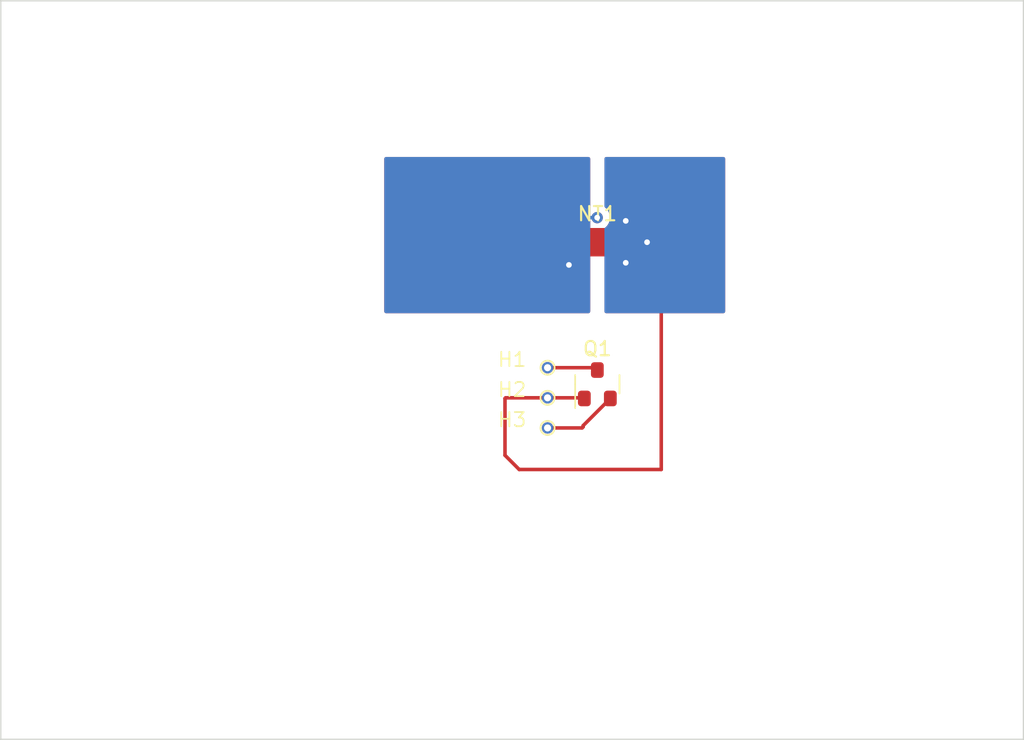
<source format=kicad_pcb>
(kicad_pcb (version 20241229) (generator "pcbnew") (generator_version "9.0")
  (layers (0 "F.Cu" signal) (2 "B.Cu" signal) (13 "F.Paste" user) (15 "B.Paste" user) (5 "F.SilkS" user "F.Silkscreen") (7 "B.SilkS" user "B.Silkscreen") (1 "F.Mask" user) (3 "B.Mask" user) (25 "Edge.Cuts" user))
  (net 0 "")
  (net 1 "/BATT_+")
  (net 2 "GND")
  (net 3 "/BATT_PROT")
  (net 4 "GNDD")
  (footprint "Package_TO_SOT_SMD:SOT-23-Alpha" (layer "F.Cu") (at 139 67 90)
    (property "Reference" "Q1" (at 2.5 0 180) (layer "F.SilkS"))
    (property "Value" "DMP3098L-7-ALPHA")
    (fp_line (start 0 -1.56) (end 0.65 -1.56) (stroke (width 0.12)) (layer "F.SilkS"))
    (fp_line (start 0 -1.56) (end -1.675 -1.56) (stroke (width 0.12)) (layer "F.SilkS"))
    (fp_line (start 0 1.56) (end 0.65 1.56) (stroke (width 0.12)) (layer "F.SilkS"))
    (fp_line (start 0 1.56) (end -0.65 1.56) (stroke (width 0.12)) (layer "F.SilkS"))
    (pad "D" smd roundrect (at 1 0 90) (size 1.1 0.9) (layers "F.Cu" "F.Mask" "F.Paste") (net 1 "/BATT_+"))
    (pad "G" smd roundrect (at -1 -0.915 90) (size 1.1 0.9) (layers "F.Cu" "F.Mask" "F.Paste") (net 2 "GND"))
    (pad "S" smd roundrect (at -1 0.915 90) (size 1.1 0.9) (layers "F.Cu" "F.Mask" "F.Paste") (net 3 "/BATT_PROT"))
  )
  (footprint "User_1:TestPoint_THTPad_1.0mm_Drill_0.6mm" (layer "F.Cu") (at 135.495 65.835)
    (property "Reference" "H1" (at -2.495 -0.575 0) (layer "F.SilkS") (effects (font (thickness 0.12))))
    (property "Value" "MountingHole_Pad")
    (fp_circle (center 0 0) (end 0.5 0) (stroke (width 0.12)) (fill no) (layer "F.SilkS"))
    (pad "1" thru_hole circle (at 0 0) (size 0.8 0.8) (drill 0.5) (layers "*.Cu" "*.Mask") (net 1 "/BATT_+"))
  )
  (footprint "User_1:TestPoint_THTPad_1.0mm_Drill_0.6mm" (layer "F.Cu") (at 135.495 70.075)
    (property "Reference" "H3" (at -2.495 -0.575 0) (layer "F.SilkS") (effects (font (thickness 0.12))))
    (property "Value" "MountingHole_Pad")
    (fp_circle (center 0 0) (end 0.5 0) (stroke (width 0.12)) (fill no) (layer "F.SilkS"))
    (pad "1" thru_hole circle (at 0 0) (size 0.8 0.8) (drill 0.5) (layers "*.Cu" "*.Mask") (net 3 "/BATT_PROT"))
  )
  (footprint "NetTie:NetTie-2_SMD_Pad2.0mm" (layer "F.Cu") (at 139 57)
    (property "Reference" "NT1" (at 0 -2 0) (layer "F.SilkS"))
    (property "Value" "Net-Tie_2")
    (fp_poly (pts (xy -2 -1) (xy 2 -1) (xy 2 1) (xy -2 1)) (fill yes) (layer "F.Cu"))
    (pad "1" smd circle (at -2 0) (size 2 2) (layers "F.Cu") (net 4 "GNDD"))
    (pad "2" smd circle (at 2 0) (size 2 2) (layers "F.Cu") (net 2 "GND"))
  )
  (footprint "User_1:TestPoint_THTPad_1.0mm_Drill_0.6mm" (layer "F.Cu") (at 135.495 67.955)
    (property "Reference" "H2" (at -2.495 -0.575 0) (layer "F.SilkS") (effects (font (thickness 0.12))))
    (property "Value" "MountingHole_Pad")
    (fp_circle (center 0 0) (end 0.5 0) (stroke (width 0.12)) (fill no) (layer "F.SilkS"))
    (pad "1" thru_hole circle (at 0 0) (size 0.8 0.8) (drill 0.5) (layers "*.Cu" "*.Mask") (net 2 "GND"))
  )
  (gr_rect (start 97 40) (end 169 92) (stroke (width 0.1)) (fill no) (layer "Edge.Cuts"))
  (segment (start 138.835 65.835) (end 135.495 65.835) (width 0.25) (layer "F.Cu") (net 1))
  (segment (start 139 66) (end 138.835 65.835) (width 0.25) (layer "F.Cu") (net 1))
  (segment (start 143.5 60.5) (end 143.5 73) (width 0.25) (layer "F.Cu") (net 2))
  (segment (start 141.5 60) (end 143 60) (width 0.25) (layer "F.Cu") (net 2))
  (segment (start 141 59.5) (end 141.5 60) (width 0.25) (layer "F.Cu") (net 2))
  (segment (start 141 55.5) (end 141 57) (width 0.25) (layer "F.Cu") (net 2))
  (segment (start 141 57) (end 142.5 57) (width 0.25) (layer "F.Cu") (net 2))
  (segment (start 143 60) (end 143.5 60.5) (width 0.25) (layer "F.Cu") (net 2))
  (segment (start 132.545 67.955) (end 135.495 67.955) (width 0.25) (layer "F.Cu") (net 2))
  (segment (start 141 58.5995) (end 141 58.45962) (width 0.25) (layer "F.Cu") (net 2))
  (segment (start 138.085 68) (end 138.04 67.955) (width 0.25) (layer "F.Cu") (net 2))
  (segment (start 141 58.5995) (end 141 59.5) (width 0.25) (layer "F.Cu") (net 2))
  (segment (start 132.5 72) (end 132.5 68) (width 0.25) (layer "F.Cu") (net 2))
  (segment (start 133.5 73) (end 132.5 72) (width 0.25) (layer "F.Cu") (net 2))
  (segment (start 138.04 67.955) (end 135.495 67.955) (width 0.25) (layer "F.Cu") (net 2))
  (segment (start 143.5 73) (end 133.5 73) (width 0.25) (layer "F.Cu") (net 2))
  (segment (start 132.5 68) (end 132.545 67.955) (width 0.25) (layer "F.Cu") (net 2))
  (via (at 142.5 57) (size 0.8) (drill 0.4) (layers "F.Cu" "B.Cu") (net 2))
  (via (at 141 58.45) (size 0.8) (drill 0.4) (layers "F.Cu" "B.Cu") (net 2))
  (via (at 141 55.5) (size 0.8) (drill 0.4) (layers "F.Cu" "B.Cu") (net 2))
  (segment (start 141 58.5995) (end 141 57) (width 0.25) (layer "B.Cu") (net 2))
  (segment (start 139.915 68) (end 138 69.915) (width 0.25) (layer "F.Cu") (net 3))
  (segment (start 138 69.915) (end 138 70) (width 0.25) (layer "F.Cu") (net 3))
  (segment (start 137.925 70.075) (end 135.495 70.075) (width 0.25) (layer "F.Cu") (net 3))
  (segment (start 138 70) (end 137.925 70.075) (width 0.25) (layer "F.Cu") (net 3))
  (via (at 138.9888 55.2704) (size 0.8) (drill 0.4) (layers "F.Cu" "B.Cu") (net 4))
  (via (at 137 58.5995) (size 0.8) (drill 0.4) (layers "F.Cu" "B.Cu") (net 4))
  (segment (start 137.6796 55.2704) (end 137 55.95) (width 0.25) (layer "B.Cu") (net 4))
  (segment (start 137 55.95) (end 137 58.5995) (width 0.25) (layer "B.Cu") (net 4))
  (segment (start 138.9888 55.2704) (end 137.6796 55.2704) (width 0.25) (layer "B.Cu") (net 4))
  (zone (net 2) (net_name "GND") (layers "F.Cu" "B.Cu") (priority 1) (connect_pads yes (clearance 0.5)) (min_thickness 0.25) (fill yes (thermal_gap 0.5) (thermal_bridge_width 0.5))
    (polygon (pts (xy 139.5 51) (xy 139.5 62) (xy 148 62) (xy 148 51)))
  )
  (zone (net 4) (net_name "GNDD") (layers "F.Cu" "B.Cu") (connect_pads yes (clearance 0.5)) (min_thickness 0.25) (fill yes (thermal_gap 0.5) (thermal_bridge_width 0.5))
    (polygon (pts (xy 138.5 51) (xy 138.5 62) (xy 124 62) (xy 124 51)))
  )
)
</source>
